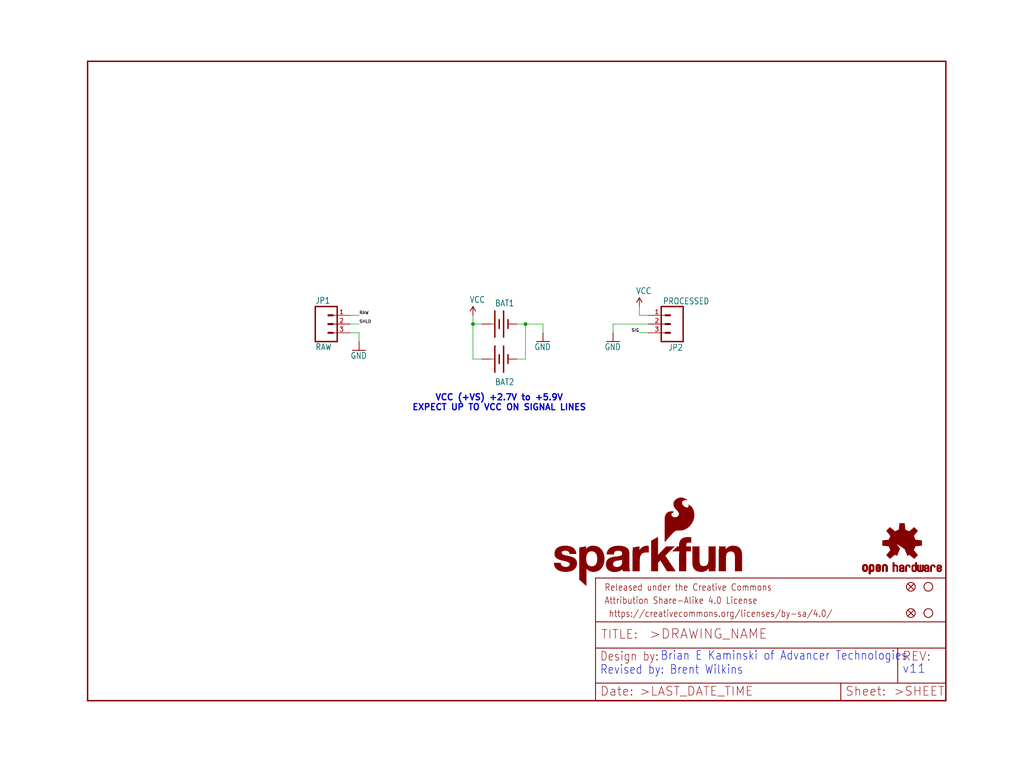
<source format=kicad_sch>
(kicad_sch (version 20211123) (generator eeschema)
  (paper "User" 297.002 223.926)
  (lib_symbols
    (symbol "schematicEagle-eagle-import:BATTERY20MM_4LEGS"
      (property "Reference" "BAT" (at -3.81 5.08 0))
      (property "Value" "BATTERY20MM_4LEGS" (at -3.81 -6.35 0))
      (symbol "BATTERY20MM_4LEGS_1_0"
        (pin power_in line (at -5.08 0 0) (length 2.54) (name "+") (number "1"))
        (pin power_in line (at 5.08 0 180) (length 2.54) (name "-") (number "2"))
      )
    )
    (symbol "schematicEagle-eagle-import:FIDUCIAL1X2")
    (symbol "schematicEagle-eagle-import:FRAME-LETTER"
      (symbol "FRAME-LETTER_2_0"
        (text " https://creativecommons.org/licenses/by-sa/4.0/" (at 2.54 24.13 0) (effects (font (size 1.9304 1.6408)) (justify left bottom)))
        (text ">DRAWING_NAME" (at 15.494 17.78 0) (effects (font (size 2.7432 2.7432)) (justify left bottom)))
        (text ">LAST_DATE_TIME" (at 12.7 1.27 0) (effects (font (size 2.54 2.54)) (justify left bottom)))
        (text ">SHEET" (at 86.36 1.27 0) (effects (font (size 2.54 2.54)) (justify left bottom)))
        (text "Attribution Share-Alike 4.0 License" (at 2.54 27.94 0) (effects (font (size 1.9304 1.6408)) (justify left bottom)))
        (text "Date:" (at 1.27 1.27 0) (effects (font (size 2.54 2.54)) (justify left bottom)))
        (text "Design by:" (at 1.27 11.43 0) (effects (font (size 2.54 2.159)) (justify left bottom)))
        (text "Released under the Creative Commons" (at 2.54 31.75 0) (effects (font (size 1.9304 1.6408)) (justify left bottom)))
        (text "REV:" (at 88.9 11.43 0) (effects (font (size 2.54 2.54)) (justify left bottom)))
        (text "Sheet:" (at 72.39 1.27 0) (effects (font (size 2.54 2.54)) (justify left bottom)))
        (text "TITLE:" (at 1.524 17.78 0) (effects (font (size 2.54 2.54)) (justify left bottom)))
      )
    )
    (symbol "schematicEagle-eagle-import:GND" (power)
      (property "Value" "GND" (at -2.54 -2.54 0))
      (symbol "GND_1_0"
        (pin power_in line (at 0 2.54 270) (length 2.54) (name "GND") (number "1"))
      )
    )
    (symbol "schematicEagle-eagle-import:M031X03_NO_SILK"
      (property "Reference" "JP" (at -2.54 5.842 0))
      (property "Value" "M031X03_NO_SILK" (at -2.54 -7.62 0))
      (symbol "M031X03_NO_SILK_1_0"
        (pin passive line (at 7.62 -2.54 180) (length 5.08) (name "1") (number "1"))
        (pin passive line (at 7.62 0 180) (length 5.08) (name "2") (number "2"))
        (pin passive line (at 7.62 2.54 180) (length 5.08) (name "3") (number "3"))
      )
    )
    (symbol "schematicEagle-eagle-import:M03ALT_ORDER"
      (property "Reference" "JP" (at -2.54 5.842 0))
      (property "Value" "M03ALT_ORDER" (at -2.54 -7.62 0))
      (symbol "M03ALT_ORDER_1_0"
        (pin passive line (at 7.62 2.54 180) (length 5.08) (name "3") (number "1"))
        (pin passive line (at 7.62 0 180) (length 5.08) (name "2") (number "2"))
        (pin passive line (at 7.62 -2.54 180) (length 5.08) (name "1") (number "3"))
      )
    )
    (symbol "schematicEagle-eagle-import:OSHW-LOGOM")
    (symbol "schematicEagle-eagle-import:SFE_LOGO_NAME_FLAME.1_INCH")
    (symbol "schematicEagle-eagle-import:STAND-OFF")
    (symbol "schematicEagle-eagle-import:VCC" (power)
      (property "Value" "VCC" (at -1.016 3.556 0))
      (symbol "VCC_1_0"
        (pin power_in line (at 0 0 90) (length 2.54) (name "VCC") (number "1"))
      )
    )
  )
  (junction (at 152.4 93.98))
  (junction (at 137.16 93.98))
  (wire (pts (xy 185.42 88.9) (xy 185.42 91.44)))
  (wire (pts (xy 137.16 104.14) (xy 139.7 104.14)))
  (wire (pts (xy 187.96 96.52) (xy 185.42 96.52)))
  (wire (pts (xy 157.48 96.52) (xy 157.48 93.98)))
  (wire (pts (xy 149.86 93.98) (xy 152.4 93.98)))
  (wire (pts (xy 157.48 93.98) (xy 152.4 93.98)))
  (wire (pts (xy 139.7 93.98) (xy 137.16 93.98)))
  (wire (pts (xy 101.6 93.98) (xy 104.14 93.98)))
  (wire (pts (xy 187.96 91.44) (xy 185.42 91.44)))
  (wire (pts (xy 187.96 93.98) (xy 177.8 93.98)))
  (wire (pts (xy 177.8 93.98) (xy 177.8 96.52)))
  (wire (pts (xy 137.16 93.98) (xy 137.16 91.44)))
  (wire (pts (xy 152.4 104.14) (xy 149.86 104.14)))
  (wire (pts (xy 101.6 91.44) (xy 104.14 91.44)))
  (wire (pts (xy 137.16 93.98) (xy 137.16 104.14)))
  (wire (pts (xy 104.14 96.52) (xy 104.14 99.06)))
  (wire (pts (xy 101.6 96.52) (xy 104.14 96.52)))
  (wire (pts (xy 152.4 93.98) (xy 152.4 104.14)))
  (text "Brian E Kaminski of Advancer Technologies" (at 191.516 191.77 180) (effects (font (size 2.54 2.159)) (justify left bottom)))
  (text "Revised by: Brent Wilkins" (at 173.99 195.834 180) (effects (font (size 2.54 2.159)) (justify left bottom)))
  (text "VCC (+VS) +2.7V to +5.9V\nEXPECT UP TO VCC ON SIGNAL LINES" (at 144.78 116.84 0) (effects (font (size 1.778 1.778) (thickness 0.3556) bold)))
  (text "v11" (at 261.62 195.58 180) (effects (font (size 2.54 2.54)) (justify left bottom)))
  (label "SHLD" (at 104.14 93.98 0) (effects (font (size 0.889 0.889))))
  (label "RAW" (at 104.14 91.44 0) (effects (font (size 0.889 0.889))))
  (label "SIG" (at 185.42 96.52 180) (effects (font (size 0.889 0.889))))
  (symbol (lib_id "schematicEagle-eagle-import:FIDUCIAL1X2") (at 264.16 177.8 0) (unit 1)
    (property "Reference" "FID2" (effects hide))
    (property "Value" "FIDUCIAL1X2" (effects hide))
    (property "Footprint" "schematicEagle:FIDUCIAL-1X2" (effects hide))
  )
  (symbol (lib_id "schematicEagle-eagle-import:SFE_LOGO_NAME_FLAME.1_INCH") (at 160.02 170.18 0) (unit 1)
    (property "Reference" "LOGO1" (effects hide))
    (property "Value" "SFE_LOGO_NAME_FLAME.1_INCH" (effects hide))
    (property "Footprint" "schematicEagle:SFE_LOGO_NAME_FLAME_.1" (effects hide))
  )
  (symbol (lib_id "schematicEagle-eagle-import:BATTERY20MM_4LEGS") (at 144.78 104.14 0) (unit 1)
    (property "Reference" "BAT2" (at 143.51 111.76 0) (effects (font (size 1.778 1.5113)) (justify left bottom)))
    (property "Value" "20mm coincell" (at 147.828 108.458 0) (effects (font (size 1.778 1.5113)) (justify left bottom)))
    (property "Footprint" "schematicEagle:BATTCON_20MM_4LEGS" (effects hide))
    (property "Value" "20mm coincell" (effects hide))
  )
  (symbol (lib_id "schematicEagle-eagle-import:OSHW-LOGOM") (at 261.62 157.48 0) (unit 1)
    (property "Reference" "LOGO2" (effects hide))
    (property "Value" "OSHW-LOGOM" (effects hide))
    (property "Footprint" "schematicEagle:OSHW-LOGO-M" (effects hide))
  )
  (symbol (lib_id "schematicEagle-eagle-import:GND") (at 177.8 99.06 0) (unit 1)
    (property "Reference" "#GND3" (effects hide))
    (property "Value" "GND" (at 175.26 101.6 0) (effects (font (size 1.778 1.5113)) (justify left bottom)))
    (property "Footprint" "schematicEagle:" (effects hide))
  )
  (symbol (lib_id "schematicEagle-eagle-import:FRAME-LETTER") (at 172.72 203.2 0) (unit 2)
    (property "Reference" "FRAME1" (effects hide))
    (property "Value" "FRAME-LETTER" (effects hide))
    (property "Footprint" "schematicEagle:CREATIVE_COMMONS" (effects hide))
  )
  (symbol (lib_id "schematicEagle-eagle-import:BATTERY20MM_4LEGS") (at 144.78 93.98 0) (unit 1)
    (property "Reference" "BAT1" (at 143.51 88.9 0) (effects (font (size 1.778 1.5113)) (justify left bottom)))
    (property "Value" "20mm coincell" (at 148.082 91.44 0) (effects (font (size 1.778 1.5113)) (justify left bottom)))
    (property "Footprint" "schematicEagle:BATTCON_20MM_4LEGS" (effects hide))
    (property "Value" "20mm coincell" (effects hide))
  )
  (symbol (lib_id "schematicEagle-eagle-import:STAND-OFF") (at 269.24 170.18 0) (unit 1)
    (property "Reference" "JP3" (effects hide))
    (property "Value" "STAND-OFF" (effects hide))
    (property "Footprint" "schematicEagle:STAND-OFF" (effects hide))
  )
  (symbol (lib_id "schematicEagle-eagle-import:M031X03_NO_SILK") (at 195.58 93.98 180) (unit 1)
    (property "Reference" "JP2" (at 198.12 99.822 0) (effects (font (size 1.778 1.5113)) (justify left bottom)))
    (property "Value" "PROCESSED" (at 205.74 86.36 0) (effects (font (size 1.778 1.5113)) (justify left bottom)))
    (property "Footprint" "schematicEagle:1X03_NO_SILK" (effects hide))
  )
  (symbol (lib_id "schematicEagle-eagle-import:STAND-OFF") (at 269.24 177.8 0) (unit 1)
    (property "Reference" "JP4" (effects hide))
    (property "Value" "STAND-OFF" (effects hide))
    (property "Footprint" "schematicEagle:STAND-OFF" (effects hide))
  )
  (symbol (lib_id "schematicEagle-eagle-import:M03ALT_ORDER") (at 93.98 93.98 0) (unit 1)
    (property "Reference" "JP1" (at 91.44 88.138 0) (effects (font (size 1.778 1.5113)) (justify left bottom)))
    (property "Value" "RAW" (at 91.44 101.6 0) (effects (font (size 1.778 1.5113)) (justify left bottom)))
    (property "Footprint" "schematicEagle:1X03_NO_SILK" (effects hide))
  )
  (symbol (lib_id "schematicEagle-eagle-import:GND") (at 157.48 99.06 0) (unit 1)
    (property "Reference" "#GND2" (effects hide))
    (property "Value" "GND" (at 154.94 101.6 0) (effects (font (size 1.778 1.5113)) (justify left bottom)))
    (property "Footprint" "schematicEagle:" (effects hide))
  )
  (symbol (lib_id "schematicEagle-eagle-import:FRAME-LETTER") (at 25.4 203.2 0) (unit 1)
    (property "Reference" "FRAME1" (effects hide))
    (property "Value" "FRAME-LETTER" (effects hide))
    (property "Footprint" "schematicEagle:CREATIVE_COMMONS" (effects hide))
  )
  (symbol (lib_id "schematicEagle-eagle-import:GND") (at 104.14 101.6 0) (unit 1)
    (property "Reference" "#GND1" (effects hide))
    (property "Value" "GND" (at 101.6 104.14 0) (effects (font (size 1.778 1.5113)) (justify left bottom)))
    (property "Footprint" "schematicEagle:" (effects hide))
  )
  (symbol (lib_id "schematicEagle-eagle-import:VCC") (at 185.42 88.9 0) (unit 1)
    (property "Reference" "#SUPPLY2" (effects hide))
    (property "Value" "VCC" (at 184.404 85.344 0) (effects (font (size 1.778 1.5113)) (justify left bottom)))
    (property "Footprint" "schematicEagle:" (effects hide))
  )
  (symbol (lib_id "schematicEagle-eagle-import:VCC") (at 137.16 91.44 0) (unit 1)
    (property "Reference" "#SUPPLY1" (effects hide))
    (property "Value" "VCC" (at 136.144 87.884 0) (effects (font (size 1.778 1.5113)) (justify left bottom)))
    (property "Footprint" "schematicEagle:" (effects hide))
  )
  (symbol (lib_id "schematicEagle-eagle-import:FIDUCIAL1X2") (at 264.16 170.18 0) (unit 1)
    (property "Reference" "FID1" (effects hide))
    (property "Value" "FIDUCIAL1X2" (effects hide))
    (property "Footprint" "schematicEagle:FIDUCIAL-1X2" (effects hide))
  )
)
</source>
